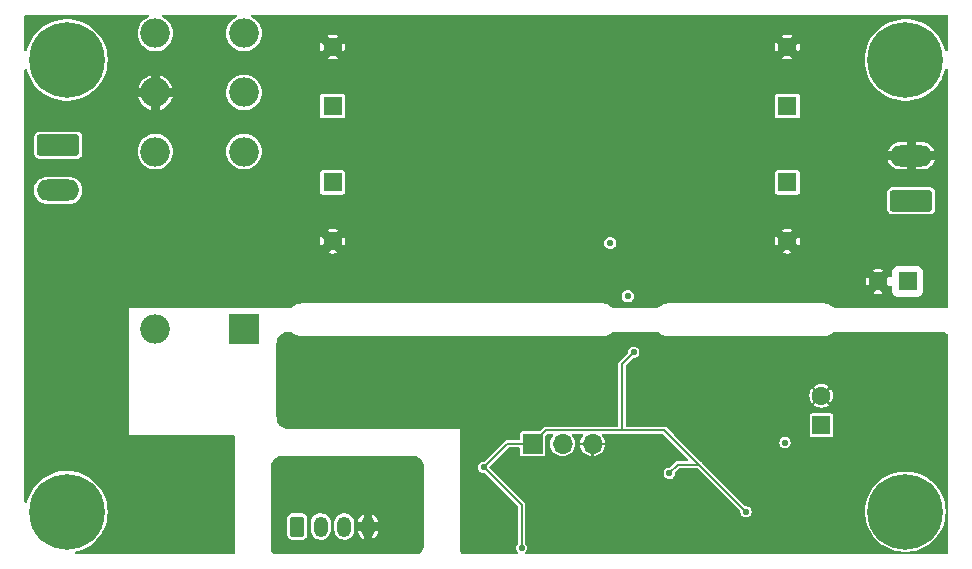
<source format=gbr>
%TF.GenerationSoftware,KiCad,Pcbnew,7.0.1*%
%TF.CreationDate,2024-03-26T16:50:52+03:00*%
%TF.ProjectId,Pelt,50656c74-2e6b-4696-9361-645f70636258,rev?*%
%TF.SameCoordinates,Original*%
%TF.FileFunction,Copper,L3,Inr*%
%TF.FilePolarity,Positive*%
%FSLAX46Y46*%
G04 Gerber Fmt 4.6, Leading zero omitted, Abs format (unit mm)*
G04 Created by KiCad (PCBNEW 7.0.1) date 2024-03-26 16:50:52*
%MOMM*%
%LPD*%
G01*
G04 APERTURE LIST*
G04 Aperture macros list*
%AMRoundRect*
0 Rectangle with rounded corners*
0 $1 Rounding radius*
0 $2 $3 $4 $5 $6 $7 $8 $9 X,Y pos of 4 corners*
0 Add a 4 corners polygon primitive as box body*
4,1,4,$2,$3,$4,$5,$6,$7,$8,$9,$2,$3,0*
0 Add four circle primitives for the rounded corners*
1,1,$1+$1,$2,$3*
1,1,$1+$1,$4,$5*
1,1,$1+$1,$6,$7*
1,1,$1+$1,$8,$9*
0 Add four rect primitives between the rounded corners*
20,1,$1+$1,$2,$3,$4,$5,0*
20,1,$1+$1,$4,$5,$6,$7,0*
20,1,$1+$1,$6,$7,$8,$9,0*
20,1,$1+$1,$8,$9,$2,$3,0*%
G04 Aperture macros list end*
%TA.AperFunction,ComponentPad*%
%ADD10RoundRect,0.250000X-0.350000X-0.625000X0.350000X-0.625000X0.350000X0.625000X-0.350000X0.625000X0*%
%TD*%
%TA.AperFunction,ComponentPad*%
%ADD11O,1.200000X1.750000*%
%TD*%
%TA.AperFunction,ComponentPad*%
%ADD12C,6.400000*%
%TD*%
%TA.AperFunction,ComponentPad*%
%ADD13RoundRect,0.250000X-1.550000X0.650000X-1.550000X-0.650000X1.550000X-0.650000X1.550000X0.650000X0*%
%TD*%
%TA.AperFunction,ComponentPad*%
%ADD14O,3.600000X1.800000*%
%TD*%
%TA.AperFunction,ComponentPad*%
%ADD15R,2.500000X2.500000*%
%TD*%
%TA.AperFunction,ComponentPad*%
%ADD16O,2.500000X2.500000*%
%TD*%
%TA.AperFunction,ComponentPad*%
%ADD17C,0.550000*%
%TD*%
%TA.AperFunction,ComponentPad*%
%ADD18R,1.600000X1.600000*%
%TD*%
%TA.AperFunction,ComponentPad*%
%ADD19C,1.600000*%
%TD*%
%TA.AperFunction,ComponentPad*%
%ADD20R,1.700000X1.700000*%
%TD*%
%TA.AperFunction,ComponentPad*%
%ADD21O,1.700000X1.700000*%
%TD*%
%TA.AperFunction,ComponentPad*%
%ADD22RoundRect,0.250000X1.550000X-0.650000X1.550000X0.650000X-1.550000X0.650000X-1.550000X-0.650000X0*%
%TD*%
%TA.AperFunction,ViaPad*%
%ADD23C,0.550000*%
%TD*%
%TA.AperFunction,Conductor*%
%ADD24C,0.200000*%
%TD*%
G04 APERTURE END LIST*
D10*
%TO.N,Net-(D1-A)*%
%TO.C,J3*%
X129500000Y-83500000D03*
D11*
%TO.N,Net-(J3-Pin_2)*%
X131500000Y-83500000D03*
%TO.N,Net-(J3-Pin_3)*%
X133500000Y-83500000D03*
%TO.N,Net-(J3-Pin_4)*%
X135500000Y-83500000D03*
%TD*%
D12*
%TO.N,N/C*%
%TO.C,REF\u002A\u002A*%
X181000000Y-82250000D03*
%TD*%
D13*
%TO.N,/Plus*%
%TO.C,J4*%
X109257500Y-51227500D03*
D14*
%TO.N,/Minus*%
X109257500Y-55037500D03*
%TD*%
D15*
%TO.N,+5.5V*%
%TO.C,K1*%
X125000000Y-66750000D03*
D16*
%TO.N,/Plus*%
X125000000Y-51750000D03*
%TO.N,/V_out*%
X125000000Y-46750000D03*
%TO.N,/Minus*%
X125000000Y-41750000D03*
%TO.N,/Plus*%
X117500000Y-41750000D03*
%TO.N,GND*%
X117500000Y-46750000D03*
%TO.N,/Minus*%
X117500000Y-51750000D03*
%TO.N,Net-(D2-A)*%
X117500000Y-66750000D03*
%TD*%
D17*
%TO.N,GND*%
%TO.C,U1*%
X158562500Y-50905000D03*
X158562500Y-49905000D03*
X158562500Y-48905000D03*
X157162500Y-50905000D03*
X157162500Y-49905000D03*
X157162500Y-48905000D03*
%TD*%
D12*
%TO.N,N/C*%
%TO.C,REF\u002A\u002A*%
X110000000Y-82250000D03*
%TD*%
D18*
%TO.N,+5.5V*%
%TO.C,C1*%
X173882214Y-74932380D03*
D19*
%TO.N,GND*%
X173882214Y-72432380D03*
%TD*%
D18*
%TO.N,/V_out*%
%TO.C,C12*%
X132500000Y-47902651D03*
D19*
%TO.N,GND*%
X132500000Y-42902651D03*
%TD*%
D18*
%TO.N,/V_out*%
%TO.C,C11*%
X132500000Y-54347349D03*
D19*
%TO.N,GND*%
X132500000Y-59347349D03*
%TD*%
D18*
%TO.N,Vin*%
%TO.C,C1*%
X181182379Y-62750000D03*
D19*
%TO.N,GND*%
X178682379Y-62750000D03*
%TD*%
D20*
%TO.N,+5V*%
%TO.C,J2*%
X149425000Y-76500000D03*
D21*
%TO.N,Net-(IC1-PD1)*%
X151965000Y-76500000D03*
%TO.N,GND*%
X154505000Y-76500000D03*
%TD*%
D12*
%TO.N,N/C*%
%TO.C,REF\u002A\u002A*%
X110000000Y-44000000D03*
%TD*%
%TO.N,N/C*%
%TO.C,REF\u002A\u002A*%
X181000000Y-44000000D03*
%TD*%
D18*
%TO.N,Vin*%
%TO.C,C5*%
X171000000Y-47902651D03*
D19*
%TO.N,GND*%
X171000000Y-42902651D03*
%TD*%
D22*
%TO.N,Vin*%
%TO.C,J1*%
X181492500Y-55922500D03*
D14*
%TO.N,GND*%
X181492500Y-52112500D03*
%TD*%
D18*
%TO.N,Vin*%
%TO.C,C6*%
X171000000Y-54347349D03*
D19*
%TO.N,GND*%
X171000000Y-59347349D03*
%TD*%
D23*
%TO.N,GND*%
X150290000Y-80635000D03*
X165500000Y-53500000D03*
X159000000Y-41000000D03*
X156000000Y-62500000D03*
X166500000Y-41000000D03*
X165500000Y-58000000D03*
X156000000Y-44000000D03*
X164000000Y-61000000D03*
X156000000Y-56500000D03*
X150000000Y-64000000D03*
X156000000Y-55000000D03*
X154500000Y-58000000D03*
X168000000Y-45500000D03*
X161000000Y-64000000D03*
X163500000Y-41000000D03*
X151500000Y-52000000D03*
X168500000Y-56500000D03*
X157500000Y-42500000D03*
X150000000Y-50500000D03*
X151500000Y-53500000D03*
X157500000Y-44000000D03*
X162500000Y-53500000D03*
X157500000Y-53500000D03*
X164000000Y-59500000D03*
X168500000Y-61000000D03*
X151500000Y-59500000D03*
X166500000Y-42500000D03*
X146750000Y-83250000D03*
X159000000Y-44000000D03*
X161000000Y-62500000D03*
X162500000Y-52000000D03*
X167000000Y-61000000D03*
X164000000Y-64000000D03*
X154500000Y-62500000D03*
X163500000Y-44000000D03*
X164000000Y-56500000D03*
X167000000Y-64000000D03*
X162500000Y-62500000D03*
X163500000Y-45500000D03*
X165500000Y-59500000D03*
X165500000Y-52000000D03*
X159000000Y-58000000D03*
X151500000Y-62500000D03*
X159000000Y-53500000D03*
X162000000Y-41000000D03*
X157500000Y-45500000D03*
X162500000Y-55000000D03*
X150000000Y-58000000D03*
X156000000Y-41000000D03*
X156000000Y-42500000D03*
X159000000Y-56500000D03*
X157500000Y-56500000D03*
X157500000Y-55000000D03*
X165000000Y-41000000D03*
X146750000Y-85500000D03*
X164000000Y-62500000D03*
X150000000Y-55000000D03*
X162000000Y-45500000D03*
X162500000Y-58000000D03*
X159000000Y-55000000D03*
X165500000Y-56500000D03*
X156000000Y-58000000D03*
X162500000Y-56500000D03*
X168500000Y-64000000D03*
X157500000Y-52000000D03*
X168500000Y-59500000D03*
X167000000Y-56500000D03*
X168500000Y-58000000D03*
X164000000Y-53500000D03*
X164000000Y-52000000D03*
X160500000Y-44000000D03*
X170000000Y-64000000D03*
X159000000Y-42500000D03*
X165500000Y-62500000D03*
X168000000Y-41000000D03*
X162500000Y-64000000D03*
X168000000Y-44000000D03*
X154500000Y-64000000D03*
X151500000Y-64000000D03*
X160500000Y-41000000D03*
X165500000Y-55000000D03*
X154500000Y-59500000D03*
X150000000Y-56500000D03*
X153000000Y-62500000D03*
X164000000Y-55000000D03*
X156000000Y-53500000D03*
X165500000Y-64000000D03*
X157500000Y-41000000D03*
X156000000Y-45500000D03*
X165000000Y-45500000D03*
X171500000Y-64000000D03*
X153000000Y-56500000D03*
X159000000Y-52000000D03*
X168000000Y-42500000D03*
X150000000Y-53500000D03*
X159000000Y-45500000D03*
X167000000Y-62500000D03*
X163500000Y-42500000D03*
X151500000Y-58000000D03*
X166500000Y-45500000D03*
X160500000Y-45500000D03*
X165000000Y-44000000D03*
X162000000Y-44000000D03*
X157500000Y-58000000D03*
X151500000Y-55000000D03*
X150000000Y-59500000D03*
X151500000Y-56500000D03*
X153000000Y-64000000D03*
X151500000Y-50500000D03*
X168500000Y-62500000D03*
X167000000Y-59500000D03*
X153000000Y-58000000D03*
X161104278Y-58026736D03*
X154500000Y-56500000D03*
X157500000Y-47000000D03*
X166500000Y-44000000D03*
X150000000Y-62500000D03*
X167000000Y-58000000D03*
X162500000Y-59500000D03*
X159000000Y-47000000D03*
X160500000Y-42500000D03*
X157500000Y-62500000D03*
X153000000Y-59500000D03*
X165000000Y-42500000D03*
X150000000Y-52000000D03*
X165500000Y-61000000D03*
X162000000Y-42500000D03*
X164000000Y-58000000D03*
X161104278Y-56526736D03*
X156000000Y-64000000D03*
X156000000Y-47000000D03*
%TO.N,+5.5V*%
X170800000Y-76400000D03*
%TO.N,+5V*%
X145300000Y-78500000D03*
X148500000Y-85300000D03*
X167500000Y-82250000D03*
X161000000Y-79000000D03*
X158000000Y-68750000D03*
%TO.N,Net-(J3-Pin_4)*%
X139000000Y-78250000D03*
%TO.N,SHDWN*%
X156000000Y-59500000D03*
X157500000Y-64000000D03*
%TD*%
D24*
%TO.N,+5V*%
X149425000Y-76500000D02*
X147300000Y-76500000D01*
X160600000Y-75350000D02*
X157000000Y-75350000D01*
X148500000Y-85300000D02*
X148500000Y-81700000D01*
X148500000Y-81700000D02*
X145300000Y-78500000D01*
X163500000Y-78250000D02*
X161750000Y-78250000D01*
X157000000Y-69750000D02*
X158000000Y-68750000D01*
X150575000Y-75350000D02*
X149425000Y-76500000D01*
X157000000Y-75350000D02*
X157000000Y-69750000D01*
X161750000Y-78250000D02*
X161000000Y-79000000D01*
X167500000Y-82250000D02*
X163500000Y-78250000D01*
X163500000Y-78250000D02*
X160600000Y-75350000D01*
X157000000Y-75350000D02*
X150575000Y-75350000D01*
X147300000Y-76500000D02*
X145300000Y-78500000D01*
%TD*%
%TA.AperFunction,Conductor*%
%TO.N,GND*%
G36*
X116875882Y-40167456D02*
G01*
X116921355Y-40213687D01*
X116937274Y-40276550D01*
X116919285Y-40338852D01*
X116872310Y-40383554D01*
X116749013Y-40450278D01*
X116676485Y-40489529D01*
X116480259Y-40642259D01*
X116480256Y-40642261D01*
X116480256Y-40642262D01*
X116344383Y-40789860D01*
X116311837Y-40825214D01*
X116175825Y-41033395D01*
X116075938Y-41261117D01*
X116014891Y-41502183D01*
X115994356Y-41750000D01*
X116014891Y-41997816D01*
X116014891Y-41997819D01*
X116014892Y-41997821D01*
X116075937Y-42238881D01*
X116120960Y-42341523D01*
X116175825Y-42466604D01*
X116175827Y-42466607D01*
X116311836Y-42674785D01*
X116480256Y-42857738D01*
X116480259Y-42857740D01*
X116676485Y-43010470D01*
X116676487Y-43010471D01*
X116676491Y-43010474D01*
X116895190Y-43128828D01*
X117130386Y-43209571D01*
X117375665Y-43250500D01*
X117624335Y-43250500D01*
X117869614Y-43209571D01*
X118104810Y-43128828D01*
X118323509Y-43010474D01*
X118519744Y-42857738D01*
X118688164Y-42674785D01*
X118824173Y-42466607D01*
X118924063Y-42238881D01*
X118985108Y-41997821D01*
X119005643Y-41750000D01*
X118985108Y-41502179D01*
X118924063Y-41261119D01*
X118824173Y-41033393D01*
X118688164Y-40825215D01*
X118519744Y-40642262D01*
X118400564Y-40549500D01*
X118323514Y-40489529D01*
X118323510Y-40489526D01*
X118323509Y-40489526D01*
X118127689Y-40383554D01*
X118080715Y-40338852D01*
X118062726Y-40276550D01*
X118078645Y-40213687D01*
X118124118Y-40167456D01*
X118186709Y-40150500D01*
X124313291Y-40150500D01*
X124375882Y-40167456D01*
X124421355Y-40213687D01*
X124437274Y-40276550D01*
X124419285Y-40338852D01*
X124372310Y-40383554D01*
X124249013Y-40450278D01*
X124176485Y-40489529D01*
X123980259Y-40642259D01*
X123980256Y-40642261D01*
X123980256Y-40642262D01*
X123844383Y-40789860D01*
X123811837Y-40825214D01*
X123675825Y-41033395D01*
X123575938Y-41261117D01*
X123514891Y-41502183D01*
X123494356Y-41750000D01*
X123514891Y-41997816D01*
X123514891Y-41997819D01*
X123514892Y-41997821D01*
X123575937Y-42238881D01*
X123620960Y-42341523D01*
X123675825Y-42466604D01*
X123675827Y-42466607D01*
X123811836Y-42674785D01*
X123980256Y-42857738D01*
X123980259Y-42857740D01*
X124176485Y-43010470D01*
X124176487Y-43010471D01*
X124176491Y-43010474D01*
X124395190Y-43128828D01*
X124630386Y-43209571D01*
X124875665Y-43250500D01*
X125124335Y-43250500D01*
X125369614Y-43209571D01*
X125604810Y-43128828D01*
X125823509Y-43010474D01*
X125962041Y-42902650D01*
X131444919Y-42902650D01*
X131465191Y-43108485D01*
X131525232Y-43306415D01*
X131539399Y-43332919D01*
X131539401Y-43332920D01*
X131969670Y-42902652D01*
X133030330Y-42902652D01*
X133460598Y-43332920D01*
X133460598Y-43332919D01*
X133474767Y-43306413D01*
X133534808Y-43108485D01*
X133555080Y-42902651D01*
X133555080Y-42902650D01*
X169944919Y-42902650D01*
X169965191Y-43108485D01*
X170025232Y-43306415D01*
X170039399Y-43332919D01*
X170039401Y-43332920D01*
X170469670Y-42902652D01*
X170469670Y-42902651D01*
X171530330Y-42902651D01*
X171960598Y-43332919D01*
X171974767Y-43306413D01*
X172034808Y-43108485D01*
X172055080Y-42902650D01*
X172034808Y-42696816D01*
X171974766Y-42498885D01*
X171960599Y-42472380D01*
X171530330Y-42902651D01*
X170469670Y-42902651D01*
X170039401Y-42472381D01*
X170039400Y-42472381D01*
X170025231Y-42498890D01*
X169965191Y-42696816D01*
X169944919Y-42902650D01*
X133555080Y-42902650D01*
X133534808Y-42696816D01*
X133474766Y-42498885D01*
X133460599Y-42472380D01*
X133030330Y-42902651D01*
X133030330Y-42902652D01*
X131969670Y-42902652D01*
X131969670Y-42902651D01*
X131539401Y-42472381D01*
X131539400Y-42472381D01*
X131525231Y-42498890D01*
X131465191Y-42696816D01*
X131444919Y-42902650D01*
X125962041Y-42902650D01*
X126019744Y-42857738D01*
X126188164Y-42674785D01*
X126324173Y-42466607D01*
X126424063Y-42238881D01*
X126485108Y-41997821D01*
X126489729Y-41942052D01*
X132069730Y-41942052D01*
X132500000Y-42372321D01*
X132500001Y-42372321D01*
X132930269Y-41942052D01*
X170569730Y-41942052D01*
X171000000Y-42372321D01*
X171000001Y-42372321D01*
X171430269Y-41942052D01*
X171430268Y-41942050D01*
X171403764Y-41927883D01*
X171205834Y-41867842D01*
X170999999Y-41847570D01*
X170794165Y-41867842D01*
X170596239Y-41927882D01*
X170569730Y-41942051D01*
X170569730Y-41942052D01*
X132930269Y-41942052D01*
X132930268Y-41942050D01*
X132903764Y-41927883D01*
X132705834Y-41867842D01*
X132499999Y-41847570D01*
X132294165Y-41867842D01*
X132096239Y-41927882D01*
X132069730Y-41942051D01*
X132069730Y-41942052D01*
X126489729Y-41942052D01*
X126505643Y-41750000D01*
X126485108Y-41502179D01*
X126424063Y-41261119D01*
X126324173Y-41033393D01*
X126188164Y-40825215D01*
X126019744Y-40642262D01*
X125900564Y-40549500D01*
X125823514Y-40489529D01*
X125823510Y-40489526D01*
X125823509Y-40489526D01*
X125627689Y-40383554D01*
X125580715Y-40338852D01*
X125562726Y-40276550D01*
X125578645Y-40213687D01*
X125624118Y-40167456D01*
X125686709Y-40150500D01*
X184475500Y-40150500D01*
X184537500Y-40167113D01*
X184582887Y-40212500D01*
X184599500Y-40274500D01*
X184599500Y-43156417D01*
X184585575Y-43213508D01*
X184546929Y-43257777D01*
X184492240Y-43279282D01*
X184433791Y-43273192D01*
X184384710Y-43240876D01*
X184356020Y-43189590D01*
X184274681Y-42896632D01*
X184136189Y-42549043D01*
X183960930Y-42218473D01*
X183960928Y-42218469D01*
X183750954Y-41908779D01*
X183750952Y-41908776D01*
X183508726Y-41623607D01*
X183237092Y-41366301D01*
X183237087Y-41366297D01*
X182939220Y-41139864D01*
X182939216Y-41139861D01*
X182939214Y-41139860D01*
X182618614Y-40946962D01*
X182279043Y-40789860D01*
X182279040Y-40789859D01*
X182279038Y-40789858D01*
X181924462Y-40670387D01*
X181924461Y-40670386D01*
X181924459Y-40670386D01*
X181702736Y-40621581D01*
X181559049Y-40589954D01*
X181373064Y-40569726D01*
X181187082Y-40549500D01*
X181187081Y-40549500D01*
X180812919Y-40549500D01*
X180812918Y-40549500D01*
X180440951Y-40589954D01*
X180075540Y-40670386D01*
X179720956Y-40789860D01*
X179381385Y-40946962D01*
X179060785Y-41139860D01*
X178762907Y-41366301D01*
X178491273Y-41623607D01*
X178249047Y-41908776D01*
X178039069Y-42218473D01*
X177863810Y-42549043D01*
X177725318Y-42896632D01*
X177625222Y-43257147D01*
X177564688Y-43626393D01*
X177544431Y-43999999D01*
X177564688Y-44373606D01*
X177625222Y-44742852D01*
X177725318Y-45103367D01*
X177863810Y-45450956D01*
X178039069Y-45781526D01*
X178039072Y-45781531D01*
X178148848Y-45943439D01*
X178249047Y-46091223D01*
X178491273Y-46376392D01*
X178762907Y-46633698D01*
X178762910Y-46633700D01*
X178762913Y-46633703D01*
X179060780Y-46860136D01*
X179381383Y-47053036D01*
X179720962Y-47210142D01*
X180075538Y-47329613D01*
X180440951Y-47410046D01*
X180776432Y-47446531D01*
X180812918Y-47450500D01*
X180812919Y-47450500D01*
X181187081Y-47450500D01*
X181187082Y-47450500D01*
X181220308Y-47446886D01*
X181559049Y-47410046D01*
X181924462Y-47329613D01*
X182279038Y-47210142D01*
X182618617Y-47053036D01*
X182939220Y-46860136D01*
X183237087Y-46633703D01*
X183508727Y-46376392D01*
X183750954Y-46091221D01*
X183960928Y-45781531D01*
X184057513Y-45599352D01*
X184136189Y-45450956D01*
X184274681Y-45103367D01*
X184356020Y-44810410D01*
X184384710Y-44759124D01*
X184433791Y-44726808D01*
X184492240Y-44720718D01*
X184546929Y-44742223D01*
X184585575Y-44786492D01*
X184599500Y-44843583D01*
X184599500Y-64876000D01*
X184582887Y-64938000D01*
X184537500Y-64983387D01*
X184475500Y-65000000D01*
X175031969Y-65000000D01*
X174984516Y-64990561D01*
X174944288Y-64963681D01*
X174912364Y-64931757D01*
X174835620Y-64876000D01*
X174734022Y-64802185D01*
X174537606Y-64702105D01*
X174327951Y-64633985D01*
X174327948Y-64633984D01*
X174110224Y-64599500D01*
X174110222Y-64599500D01*
X174031519Y-64599500D01*
X161057583Y-64599500D01*
X161000000Y-64599500D01*
X160889778Y-64599500D01*
X160889776Y-64599500D01*
X160672051Y-64633984D01*
X160462396Y-64702104D01*
X160462394Y-64702104D01*
X160462394Y-64702105D01*
X160265978Y-64802185D01*
X160265975Y-64802186D01*
X160265975Y-64802187D01*
X160087635Y-64931757D01*
X160055712Y-64963681D01*
X160015484Y-64990561D01*
X159968031Y-65000000D01*
X156281969Y-65000000D01*
X156234516Y-64990561D01*
X156194288Y-64963681D01*
X156162364Y-64931757D01*
X156085620Y-64876000D01*
X155984022Y-64802185D01*
X155787606Y-64702105D01*
X155577951Y-64633985D01*
X155577948Y-64633984D01*
X155360224Y-64599500D01*
X155360222Y-64599500D01*
X155281519Y-64599500D01*
X130057583Y-64599500D01*
X130000000Y-64599500D01*
X129889778Y-64599500D01*
X129889776Y-64599500D01*
X129672051Y-64633984D01*
X129462396Y-64702104D01*
X129462394Y-64702104D01*
X129462394Y-64702105D01*
X129265978Y-64802185D01*
X129265975Y-64802186D01*
X129265975Y-64802187D01*
X129087635Y-64931757D01*
X129055712Y-64963681D01*
X129015484Y-64990561D01*
X128968031Y-65000000D01*
X115250000Y-65000000D01*
X115250000Y-75750000D01*
X124126000Y-75750000D01*
X124188000Y-75766613D01*
X124233387Y-75812000D01*
X124250000Y-75874000D01*
X124250000Y-85725500D01*
X124233387Y-85787500D01*
X124188000Y-85832887D01*
X124126000Y-85849500D01*
X110838514Y-85849500D01*
X110780431Y-85835055D01*
X110735881Y-85795087D01*
X110715241Y-85738907D01*
X110723321Y-85679603D01*
X110758238Y-85630992D01*
X110811858Y-85604399D01*
X110830891Y-85600209D01*
X110924462Y-85579613D01*
X111279038Y-85460142D01*
X111618617Y-85303036D01*
X111939220Y-85110136D01*
X112237087Y-84883703D01*
X112508727Y-84626392D01*
X112750954Y-84341221D01*
X112960928Y-84031531D01*
X113072485Y-83821113D01*
X113136189Y-83700956D01*
X113274681Y-83353367D01*
X113374777Y-82992852D01*
X113374776Y-82992852D01*
X113374779Y-82992845D01*
X113435311Y-82623613D01*
X113455568Y-82250000D01*
X113435311Y-81876387D01*
X113374779Y-81507155D01*
X113367723Y-81481742D01*
X113274681Y-81146632D01*
X113136189Y-80799043D01*
X112960930Y-80468473D01*
X112960928Y-80468469D01*
X112750954Y-80158779D01*
X112750952Y-80158776D01*
X112508726Y-79873607D01*
X112237092Y-79616301D01*
X112123611Y-79530035D01*
X111939220Y-79389864D01*
X111939216Y-79389861D01*
X111939214Y-79389860D01*
X111618614Y-79196962D01*
X111279043Y-79039860D01*
X111279040Y-79039859D01*
X111279038Y-79039858D01*
X110924462Y-78920387D01*
X110924461Y-78920386D01*
X110924459Y-78920386D01*
X110662917Y-78862817D01*
X110559049Y-78839954D01*
X110373065Y-78819727D01*
X110187082Y-78799500D01*
X110187081Y-78799500D01*
X109812919Y-78799500D01*
X109812918Y-78799500D01*
X109440951Y-78839954D01*
X109075540Y-78920386D01*
X108720956Y-79039860D01*
X108381385Y-79196962D01*
X108060785Y-79389860D01*
X107762907Y-79616301D01*
X107491273Y-79873607D01*
X107249047Y-80158776D01*
X107039069Y-80468473D01*
X106863810Y-80799043D01*
X106725318Y-81146632D01*
X106643980Y-81439590D01*
X106615290Y-81490876D01*
X106566209Y-81523192D01*
X106507760Y-81529282D01*
X106453071Y-81507777D01*
X106414425Y-81463508D01*
X106400500Y-81406417D01*
X106400500Y-64000000D01*
X156969965Y-64000000D01*
X156988025Y-64137180D01*
X157040977Y-64265020D01*
X157125208Y-64374791D01*
X157234979Y-64459022D01*
X157234982Y-64459024D01*
X157362817Y-64511974D01*
X157500000Y-64530035D01*
X157637183Y-64511974D01*
X157765018Y-64459024D01*
X157874791Y-64374791D01*
X157959024Y-64265018D01*
X158011974Y-64137183D01*
X158030035Y-64000000D01*
X158011974Y-63862817D01*
X157959024Y-63734983D01*
X157940313Y-63710599D01*
X178252108Y-63710599D01*
X178278613Y-63724766D01*
X178476544Y-63784808D01*
X178682379Y-63805080D01*
X178888213Y-63784808D01*
X179086141Y-63724767D01*
X179112647Y-63710598D01*
X179112648Y-63710598D01*
X178682380Y-63280330D01*
X178682379Y-63280330D01*
X178252108Y-63710599D01*
X157940313Y-63710599D01*
X157874791Y-63625209D01*
X157874789Y-63625207D01*
X157874788Y-63625206D01*
X157765020Y-63540977D01*
X157765013Y-63540974D01*
X157637183Y-63488026D01*
X157637182Y-63488025D01*
X157637180Y-63488025D01*
X157500000Y-63469965D01*
X157362816Y-63488026D01*
X157234985Y-63540974D01*
X157125209Y-63625209D01*
X157040974Y-63734985D01*
X156988026Y-63862816D01*
X156969965Y-64000000D01*
X106400500Y-64000000D01*
X106400500Y-62750000D01*
X177627298Y-62750000D01*
X177647570Y-62955834D01*
X177707611Y-63153764D01*
X177721778Y-63180268D01*
X177721780Y-63180269D01*
X178152049Y-62750001D01*
X179212709Y-62750001D01*
X179642977Y-63180269D01*
X179642977Y-63180268D01*
X179648522Y-63169896D01*
X179693090Y-63122623D01*
X179755445Y-63104375D01*
X179818469Y-63120162D01*
X179864858Y-63165650D01*
X179881879Y-63228351D01*
X179881879Y-63597869D01*
X179888288Y-63657483D01*
X179938583Y-63792331D01*
X180024833Y-63907546D01*
X180140048Y-63993796D01*
X180274896Y-64044091D01*
X180334506Y-64050500D01*
X182030251Y-64050499D01*
X182089862Y-64044091D01*
X182224710Y-63993796D01*
X182339925Y-63907546D01*
X182426175Y-63792331D01*
X182476470Y-63657483D01*
X182482879Y-63597873D01*
X182482878Y-61902128D01*
X182476470Y-61842517D01*
X182426175Y-61707669D01*
X182339925Y-61592454D01*
X182224710Y-61506204D01*
X182089862Y-61455909D01*
X182030252Y-61449500D01*
X182030248Y-61449500D01*
X180334509Y-61449500D01*
X180274894Y-61455909D01*
X180140048Y-61506204D01*
X180024833Y-61592454D01*
X179938583Y-61707668D01*
X179888288Y-61842516D01*
X179881879Y-61902131D01*
X179881879Y-62271646D01*
X179864858Y-62334347D01*
X179818468Y-62379835D01*
X179755445Y-62395622D01*
X179693090Y-62377374D01*
X179648521Y-62330100D01*
X179642978Y-62319730D01*
X179212709Y-62750000D01*
X179212709Y-62750001D01*
X178152049Y-62750001D01*
X178152049Y-62750000D01*
X177721780Y-62319730D01*
X177721779Y-62319730D01*
X177707610Y-62346239D01*
X177647570Y-62544165D01*
X177627298Y-62750000D01*
X106400500Y-62750000D01*
X106400500Y-61789401D01*
X178252109Y-61789401D01*
X178682379Y-62219670D01*
X178682380Y-62219670D01*
X179112648Y-61789401D01*
X179112647Y-61789399D01*
X179086143Y-61775232D01*
X178888213Y-61715191D01*
X178682379Y-61694919D01*
X178476544Y-61715191D01*
X178278618Y-61775231D01*
X178252109Y-61789400D01*
X178252109Y-61789401D01*
X106400500Y-61789401D01*
X106400500Y-60307948D01*
X132069729Y-60307948D01*
X132096234Y-60322115D01*
X132294165Y-60382157D01*
X132500000Y-60402429D01*
X132705834Y-60382157D01*
X132903762Y-60322116D01*
X132930266Y-60307948D01*
X170569729Y-60307948D01*
X170596234Y-60322115D01*
X170794165Y-60382157D01*
X171000000Y-60402429D01*
X171205834Y-60382157D01*
X171403762Y-60322116D01*
X171430268Y-60307947D01*
X171430269Y-60307946D01*
X171000001Y-59877679D01*
X171000000Y-59877679D01*
X170569729Y-60307948D01*
X132930266Y-60307948D01*
X132930268Y-60307947D01*
X132930268Y-60307946D01*
X132500001Y-59877679D01*
X132500000Y-59877679D01*
X132069729Y-60307948D01*
X106400500Y-60307948D01*
X106400500Y-59347348D01*
X131444919Y-59347348D01*
X131465191Y-59553183D01*
X131525232Y-59751113D01*
X131539399Y-59777617D01*
X131539401Y-59777618D01*
X131969670Y-59347350D01*
X133030330Y-59347350D01*
X133460598Y-59777618D01*
X133460598Y-59777617D01*
X133474767Y-59751111D01*
X133534808Y-59553183D01*
X133540046Y-59499999D01*
X155469965Y-59499999D01*
X155488025Y-59637180D01*
X155488025Y-59637182D01*
X155488026Y-59637183D01*
X155540976Y-59765018D01*
X155540977Y-59765020D01*
X155625208Y-59874791D01*
X155734979Y-59959022D01*
X155734982Y-59959024D01*
X155862817Y-60011974D01*
X156000000Y-60030035D01*
X156137183Y-60011974D01*
X156265018Y-59959024D01*
X156374791Y-59874791D01*
X156459024Y-59765018D01*
X156511974Y-59637183D01*
X156530035Y-59500000D01*
X156511974Y-59362817D01*
X156505567Y-59347348D01*
X169944919Y-59347348D01*
X169965191Y-59553183D01*
X170025232Y-59751113D01*
X170039399Y-59777617D01*
X170039401Y-59777618D01*
X170469670Y-59347350D01*
X170469670Y-59347349D01*
X171530330Y-59347349D01*
X171960598Y-59777617D01*
X171974767Y-59751111D01*
X172034808Y-59553183D01*
X172055080Y-59347348D01*
X172034808Y-59141514D01*
X171974766Y-58943583D01*
X171960599Y-58917078D01*
X171530330Y-59347349D01*
X170469670Y-59347349D01*
X170039401Y-58917079D01*
X170039400Y-58917079D01*
X170025231Y-58943588D01*
X169965191Y-59141514D01*
X169944919Y-59347348D01*
X156505567Y-59347348D01*
X156459024Y-59234983D01*
X156374791Y-59125209D01*
X156374789Y-59125207D01*
X156374788Y-59125206D01*
X156265020Y-59040977D01*
X156265013Y-59040974D01*
X156137183Y-58988026D01*
X156137182Y-58988025D01*
X156137180Y-58988025D01*
X156024515Y-58973192D01*
X156000000Y-58969965D01*
X155999999Y-58969965D01*
X155862816Y-58988026D01*
X155734985Y-59040974D01*
X155625209Y-59125209D01*
X155540974Y-59234985D01*
X155488026Y-59362816D01*
X155469965Y-59499999D01*
X133540046Y-59499999D01*
X133555080Y-59347348D01*
X133534808Y-59141514D01*
X133474766Y-58943583D01*
X133460599Y-58917078D01*
X133030330Y-59347349D01*
X133030330Y-59347350D01*
X131969670Y-59347350D01*
X131969670Y-59347349D01*
X131539401Y-58917079D01*
X131539400Y-58917079D01*
X131525231Y-58943588D01*
X131465191Y-59141514D01*
X131444919Y-59347348D01*
X106400500Y-59347348D01*
X106400500Y-58386750D01*
X132069730Y-58386750D01*
X132500000Y-58817019D01*
X132500001Y-58817019D01*
X132930269Y-58386750D01*
X170569730Y-58386750D01*
X171000000Y-58817019D01*
X171000001Y-58817019D01*
X171430269Y-58386750D01*
X171430268Y-58386748D01*
X171403764Y-58372581D01*
X171205834Y-58312540D01*
X171000000Y-58292268D01*
X170794165Y-58312540D01*
X170596239Y-58372580D01*
X170569730Y-58386749D01*
X170569730Y-58386750D01*
X132930269Y-58386750D01*
X132930268Y-58386748D01*
X132903764Y-58372581D01*
X132705834Y-58312540D01*
X132500000Y-58292268D01*
X132294165Y-58312540D01*
X132096239Y-58372580D01*
X132069730Y-58386749D01*
X132069730Y-58386750D01*
X106400500Y-58386750D01*
X106400500Y-56620369D01*
X179442000Y-56620369D01*
X179448409Y-56679983D01*
X179498704Y-56814831D01*
X179584954Y-56930046D01*
X179700169Y-57016296D01*
X179835017Y-57066591D01*
X179894627Y-57073000D01*
X183090372Y-57072999D01*
X183149983Y-57066591D01*
X183284831Y-57016296D01*
X183400046Y-56930046D01*
X183486296Y-56814831D01*
X183536591Y-56679983D01*
X183543000Y-56620373D01*
X183542999Y-55224628D01*
X183536591Y-55165017D01*
X183486296Y-55030169D01*
X183400046Y-54914954D01*
X183284831Y-54828704D01*
X183149983Y-54778409D01*
X183090373Y-54772000D01*
X183090369Y-54772000D01*
X179894630Y-54772000D01*
X179835015Y-54778409D01*
X179700169Y-54828704D01*
X179584954Y-54914954D01*
X179498704Y-55030168D01*
X179448409Y-55165016D01*
X179442000Y-55224630D01*
X179442000Y-56620369D01*
X106400500Y-56620369D01*
X106400500Y-55144110D01*
X107207000Y-55144110D01*
X107241366Y-55327949D01*
X107246179Y-55353698D01*
X107323201Y-55552517D01*
X107435447Y-55733801D01*
X107579094Y-55891373D01*
X107749247Y-56019868D01*
X107939327Y-56114514D01*
X107940111Y-56114905D01*
X108063632Y-56150050D01*
X108145189Y-56173256D01*
X108304305Y-56188000D01*
X108304306Y-56188000D01*
X110210694Y-56188000D01*
X110210695Y-56188000D01*
X110369810Y-56173256D01*
X110369810Y-56173255D01*
X110574889Y-56114905D01*
X110669930Y-56067580D01*
X110765752Y-56019868D01*
X110765755Y-56019866D01*
X110935907Y-55891372D01*
X111079552Y-55733802D01*
X111191798Y-55552519D01*
X111268821Y-55353698D01*
X111302782Y-55172024D01*
X131449500Y-55172024D01*
X131464033Y-55245087D01*
X131464033Y-55245088D01*
X131464034Y-55245089D01*
X131519399Y-55327950D01*
X131602260Y-55383315D01*
X131638792Y-55390581D01*
X131675325Y-55397849D01*
X131675326Y-55397849D01*
X133324674Y-55397849D01*
X133324675Y-55397849D01*
X133349029Y-55393004D01*
X133397740Y-55383315D01*
X133480601Y-55327950D01*
X133535966Y-55245089D01*
X133550500Y-55172024D01*
X169949500Y-55172024D01*
X169964033Y-55245087D01*
X169964033Y-55245088D01*
X169964034Y-55245089D01*
X170019399Y-55327950D01*
X170102260Y-55383315D01*
X170138792Y-55390581D01*
X170175325Y-55397849D01*
X170175326Y-55397849D01*
X171824674Y-55397849D01*
X171824675Y-55397849D01*
X171849029Y-55393004D01*
X171897740Y-55383315D01*
X171980601Y-55327950D01*
X172035966Y-55245089D01*
X172050500Y-55172023D01*
X172050500Y-53522675D01*
X172035966Y-53449609D01*
X171980601Y-53366748D01*
X171897740Y-53311383D01*
X171897739Y-53311382D01*
X171897738Y-53311382D01*
X171824675Y-53296849D01*
X171824674Y-53296849D01*
X170175326Y-53296849D01*
X170175325Y-53296849D01*
X170102261Y-53311382D01*
X170019399Y-53366748D01*
X169964033Y-53449610D01*
X169949500Y-53522674D01*
X169949500Y-55172024D01*
X133550500Y-55172024D01*
X133550500Y-55172023D01*
X133550500Y-53522675D01*
X133535966Y-53449609D01*
X133480601Y-53366748D01*
X133397740Y-53311383D01*
X133397739Y-53311382D01*
X133397738Y-53311382D01*
X133324675Y-53296849D01*
X133324674Y-53296849D01*
X131675326Y-53296849D01*
X131675325Y-53296849D01*
X131602261Y-53311382D01*
X131519399Y-53366748D01*
X131464033Y-53449610D01*
X131449500Y-53522674D01*
X131449500Y-55172024D01*
X111302782Y-55172024D01*
X111308000Y-55144110D01*
X111308000Y-54930890D01*
X111268821Y-54721302D01*
X111191798Y-54522481D01*
X111079552Y-54341198D01*
X110935907Y-54183628D01*
X110935906Y-54183627D01*
X110935905Y-54183626D01*
X110765752Y-54055131D01*
X110574890Y-53960095D01*
X110369810Y-53901743D01*
X110210695Y-53887000D01*
X110210694Y-53887000D01*
X108304306Y-53887000D01*
X108304305Y-53887000D01*
X108145189Y-53901743D01*
X107940109Y-53960095D01*
X107749247Y-54055131D01*
X107579094Y-54183626D01*
X107435447Y-54341198D01*
X107323201Y-54522482D01*
X107246179Y-54721301D01*
X107246179Y-54721302D01*
X107207000Y-54930890D01*
X107207000Y-55144110D01*
X106400500Y-55144110D01*
X106400500Y-51925369D01*
X107207000Y-51925369D01*
X107213409Y-51984983D01*
X107263704Y-52119831D01*
X107349954Y-52235046D01*
X107465169Y-52321296D01*
X107600017Y-52371591D01*
X107659627Y-52378000D01*
X110855372Y-52377999D01*
X110914983Y-52371591D01*
X111049831Y-52321296D01*
X111165046Y-52235046D01*
X111251296Y-52119831D01*
X111301591Y-51984983D01*
X111308000Y-51925373D01*
X111308000Y-51749999D01*
X115994356Y-51749999D01*
X116014891Y-51997816D01*
X116014891Y-51997819D01*
X116014892Y-51997821D01*
X116075937Y-52238881D01*
X116112087Y-52321295D01*
X116175825Y-52466604D01*
X116175827Y-52466607D01*
X116311836Y-52674785D01*
X116480256Y-52857738D01*
X116480259Y-52857740D01*
X116676485Y-53010470D01*
X116676487Y-53010471D01*
X116676491Y-53010474D01*
X116895190Y-53128828D01*
X117130386Y-53209571D01*
X117375665Y-53250500D01*
X117624335Y-53250500D01*
X117869614Y-53209571D01*
X118104810Y-53128828D01*
X118323509Y-53010474D01*
X118519744Y-52857738D01*
X118688164Y-52674785D01*
X118824173Y-52466607D01*
X118924063Y-52238881D01*
X118985108Y-51997821D01*
X119005643Y-51750000D01*
X119005643Y-51749999D01*
X123494356Y-51749999D01*
X123514891Y-51997816D01*
X123514891Y-51997819D01*
X123514892Y-51997821D01*
X123575937Y-52238881D01*
X123612087Y-52321295D01*
X123675825Y-52466604D01*
X123675827Y-52466607D01*
X123811836Y-52674785D01*
X123980256Y-52857738D01*
X123980259Y-52857740D01*
X124176485Y-53010470D01*
X124176487Y-53010471D01*
X124176491Y-53010474D01*
X124395190Y-53128828D01*
X124630386Y-53209571D01*
X124875665Y-53250500D01*
X125124335Y-53250500D01*
X125369614Y-53209571D01*
X125604810Y-53128828D01*
X125823509Y-53010474D01*
X126019744Y-52857738D01*
X126188164Y-52674785D01*
X126310523Y-52487500D01*
X179504495Y-52487500D01*
X179558653Y-52627298D01*
X179670845Y-52808496D01*
X179814432Y-52966002D01*
X179984511Y-53094441D01*
X180175291Y-53189437D01*
X180380280Y-53247762D01*
X180539329Y-53262500D01*
X181117500Y-53262500D01*
X181117500Y-52487500D01*
X181867500Y-52487500D01*
X181867500Y-53262500D01*
X182445671Y-53262500D01*
X182604719Y-53247762D01*
X182809708Y-53189437D01*
X183000488Y-53094441D01*
X183170567Y-52966002D01*
X183314154Y-52808496D01*
X183426346Y-52627298D01*
X183480505Y-52487500D01*
X181867500Y-52487500D01*
X181117500Y-52487500D01*
X179504495Y-52487500D01*
X126310523Y-52487500D01*
X126324173Y-52466607D01*
X126424063Y-52238881D01*
X126485108Y-51997821D01*
X126505643Y-51750000D01*
X126485108Y-51502179D01*
X126424063Y-51261119D01*
X126334016Y-51055833D01*
X126324174Y-51033395D01*
X126321473Y-51029261D01*
X126188164Y-50825215D01*
X126019744Y-50642262D01*
X125875035Y-50529630D01*
X125823514Y-50489529D01*
X125823510Y-50489526D01*
X125823509Y-50489526D01*
X125604810Y-50371172D01*
X125604806Y-50371170D01*
X125604805Y-50371170D01*
X125369615Y-50290429D01*
X125124335Y-50249500D01*
X124875665Y-50249500D01*
X124630384Y-50290429D01*
X124395194Y-50371170D01*
X124176485Y-50489529D01*
X123980259Y-50642259D01*
X123811837Y-50825214D01*
X123675825Y-51033395D01*
X123633206Y-51130558D01*
X123575937Y-51261119D01*
X123514892Y-51502179D01*
X123514891Y-51502183D01*
X123494356Y-51749999D01*
X119005643Y-51749999D01*
X118985108Y-51502179D01*
X118924063Y-51261119D01*
X118834016Y-51055833D01*
X118824174Y-51033395D01*
X118821473Y-51029261D01*
X118688164Y-50825215D01*
X118519744Y-50642262D01*
X118375035Y-50529630D01*
X118323514Y-50489529D01*
X118323510Y-50489526D01*
X118323509Y-50489526D01*
X118104810Y-50371172D01*
X118104806Y-50371170D01*
X118104805Y-50371170D01*
X117869615Y-50290429D01*
X117624335Y-50249500D01*
X117375665Y-50249500D01*
X117130384Y-50290429D01*
X116895194Y-50371170D01*
X116676485Y-50489529D01*
X116480259Y-50642259D01*
X116311837Y-50825214D01*
X116175825Y-51033395D01*
X116133206Y-51130558D01*
X116075937Y-51261119D01*
X116014892Y-51502179D01*
X116014891Y-51502183D01*
X115994356Y-51749999D01*
X111308000Y-51749999D01*
X111307999Y-50529628D01*
X111301591Y-50470017D01*
X111251296Y-50335169D01*
X111165046Y-50219954D01*
X111049831Y-50133704D01*
X110914983Y-50083409D01*
X110855373Y-50077000D01*
X110855369Y-50077000D01*
X107659630Y-50077000D01*
X107600015Y-50083409D01*
X107465169Y-50133704D01*
X107349954Y-50219954D01*
X107263704Y-50335168D01*
X107213409Y-50470015D01*
X107213409Y-50470017D01*
X107208456Y-50516091D01*
X107207000Y-50529630D01*
X107207000Y-51925369D01*
X106400500Y-51925369D01*
X106400500Y-48727326D01*
X131449500Y-48727326D01*
X131464033Y-48800389D01*
X131464033Y-48800390D01*
X131464034Y-48800391D01*
X131519399Y-48883252D01*
X131602260Y-48938617D01*
X131638792Y-48945883D01*
X131675325Y-48953151D01*
X131675326Y-48953151D01*
X133324674Y-48953151D01*
X133324675Y-48953151D01*
X133349029Y-48948306D01*
X133397740Y-48938617D01*
X133480601Y-48883252D01*
X133535966Y-48800391D01*
X133550500Y-48727325D01*
X133550500Y-47750000D01*
X156250000Y-47750000D01*
X156250000Y-51750000D01*
X159500000Y-51750000D01*
X159500000Y-51737500D01*
X179504495Y-51737500D01*
X181117500Y-51737500D01*
X181117500Y-50962500D01*
X181867500Y-50962500D01*
X181867500Y-51737500D01*
X183480504Y-51737500D01*
X183426346Y-51597701D01*
X183314154Y-51416503D01*
X183170567Y-51258997D01*
X183000488Y-51130558D01*
X182809708Y-51035562D01*
X182604719Y-50977237D01*
X182445671Y-50962500D01*
X181867500Y-50962500D01*
X181117500Y-50962500D01*
X180539329Y-50962500D01*
X180380280Y-50977237D01*
X180175291Y-51035562D01*
X179984511Y-51130558D01*
X179814432Y-51258997D01*
X179670845Y-51416503D01*
X179558653Y-51597701D01*
X179504495Y-51737500D01*
X159500000Y-51737500D01*
X159500000Y-48727326D01*
X169949500Y-48727326D01*
X169964033Y-48800389D01*
X169964033Y-48800390D01*
X169964034Y-48800391D01*
X170019399Y-48883252D01*
X170102260Y-48938617D01*
X170138792Y-48945883D01*
X170175325Y-48953151D01*
X170175326Y-48953151D01*
X171824674Y-48953151D01*
X171824675Y-48953151D01*
X171849029Y-48948306D01*
X171897740Y-48938617D01*
X171980601Y-48883252D01*
X172035966Y-48800391D01*
X172050500Y-48727325D01*
X172050500Y-47077977D01*
X172035966Y-47004911D01*
X171980601Y-46922050D01*
X171897740Y-46866685D01*
X171897739Y-46866684D01*
X171897738Y-46866684D01*
X171824675Y-46852151D01*
X171824674Y-46852151D01*
X170175326Y-46852151D01*
X170175325Y-46852151D01*
X170102261Y-46866684D01*
X170019399Y-46922050D01*
X169964033Y-47004912D01*
X169949500Y-47077976D01*
X169949500Y-48727326D01*
X159500000Y-48727326D01*
X159500000Y-47750000D01*
X156250000Y-47750000D01*
X133550500Y-47750000D01*
X133550500Y-47077977D01*
X133535966Y-47004911D01*
X133480601Y-46922050D01*
X133397740Y-46866685D01*
X133397739Y-46866684D01*
X133397738Y-46866684D01*
X133324675Y-46852151D01*
X133324674Y-46852151D01*
X131675326Y-46852151D01*
X131675325Y-46852151D01*
X131602261Y-46866684D01*
X131519399Y-46922050D01*
X131464033Y-47004912D01*
X131449500Y-47077976D01*
X131449500Y-48727326D01*
X106400500Y-48727326D01*
X106400500Y-44843583D01*
X106414425Y-44786492D01*
X106453071Y-44742223D01*
X106507760Y-44720718D01*
X106566209Y-44726808D01*
X106615290Y-44759124D01*
X106643980Y-44810410D01*
X106725318Y-45103367D01*
X106863810Y-45450956D01*
X107039069Y-45781526D01*
X107039072Y-45781531D01*
X107148848Y-45943439D01*
X107249047Y-46091223D01*
X107491273Y-46376392D01*
X107762907Y-46633698D01*
X107762910Y-46633700D01*
X107762913Y-46633703D01*
X108060780Y-46860136D01*
X108381383Y-47053036D01*
X108720962Y-47210142D01*
X109075538Y-47329613D01*
X109440951Y-47410046D01*
X109776432Y-47446531D01*
X109812918Y-47450500D01*
X109812919Y-47450500D01*
X110187081Y-47450500D01*
X110187082Y-47450500D01*
X110220308Y-47446886D01*
X110559049Y-47410046D01*
X110924462Y-47329613D01*
X111279038Y-47210142D01*
X111463069Y-47125000D01*
X116047613Y-47125000D01*
X116076411Y-47238715D01*
X116176266Y-47466365D01*
X116312233Y-47674477D01*
X116480596Y-47857368D01*
X116676766Y-48010053D01*
X116895394Y-48128369D01*
X117124999Y-48207192D01*
X117125000Y-48207192D01*
X117125000Y-47125000D01*
X117875000Y-47125000D01*
X117875000Y-48207192D01*
X118104605Y-48128369D01*
X118323233Y-48010053D01*
X118519403Y-47857368D01*
X118687766Y-47674477D01*
X118823733Y-47466365D01*
X118923588Y-47238715D01*
X118952386Y-47125000D01*
X117875000Y-47125000D01*
X117125000Y-47125000D01*
X116047613Y-47125000D01*
X111463069Y-47125000D01*
X111618617Y-47053036D01*
X111939220Y-46860136D01*
X112084102Y-46749999D01*
X123494356Y-46749999D01*
X123514891Y-46997816D01*
X123514891Y-46997819D01*
X123514892Y-46997821D01*
X123575937Y-47238881D01*
X123615736Y-47329613D01*
X123675825Y-47466604D01*
X123675827Y-47466607D01*
X123811836Y-47674785D01*
X123980256Y-47857738D01*
X123980259Y-47857740D01*
X124176485Y-48010470D01*
X124176487Y-48010471D01*
X124176491Y-48010474D01*
X124395190Y-48128828D01*
X124630386Y-48209571D01*
X124875665Y-48250500D01*
X125124335Y-48250500D01*
X125369614Y-48209571D01*
X125604810Y-48128828D01*
X125823509Y-48010474D01*
X126019744Y-47857738D01*
X126188164Y-47674785D01*
X126324173Y-47466607D01*
X126424063Y-47238881D01*
X126485108Y-46997821D01*
X126505643Y-46750000D01*
X126485108Y-46502179D01*
X126424063Y-46261119D01*
X126324173Y-46033393D01*
X126188164Y-45825215D01*
X126019744Y-45642262D01*
X125997612Y-45625036D01*
X125823514Y-45489529D01*
X125823510Y-45489526D01*
X125823509Y-45489526D01*
X125604810Y-45371172D01*
X125604806Y-45371170D01*
X125604805Y-45371170D01*
X125369615Y-45290429D01*
X125124335Y-45249500D01*
X124875665Y-45249500D01*
X124630384Y-45290429D01*
X124395194Y-45371170D01*
X124176485Y-45489529D01*
X123980259Y-45642259D01*
X123980256Y-45642261D01*
X123980256Y-45642262D01*
X123811836Y-45825215D01*
X123766499Y-45894607D01*
X123675825Y-46033395D01*
X123650460Y-46091223D01*
X123575937Y-46261119D01*
X123546746Y-46376392D01*
X123514891Y-46502183D01*
X123494356Y-46749999D01*
X112084102Y-46749999D01*
X112237087Y-46633703D01*
X112508727Y-46376392D01*
X112509910Y-46374999D01*
X116047613Y-46374999D01*
X116047614Y-46375000D01*
X117125000Y-46375000D01*
X117125000Y-45292808D01*
X117124999Y-45292807D01*
X117875000Y-45292807D01*
X117875000Y-46375000D01*
X118952386Y-46375000D01*
X118952386Y-46374999D01*
X118923588Y-46261284D01*
X118823733Y-46033634D01*
X118687766Y-45825522D01*
X118519403Y-45642631D01*
X118323233Y-45489946D01*
X118104605Y-45371630D01*
X117875000Y-45292807D01*
X117124999Y-45292807D01*
X116895394Y-45371630D01*
X116676766Y-45489946D01*
X116480596Y-45642631D01*
X116312233Y-45825522D01*
X116176266Y-46033634D01*
X116076411Y-46261284D01*
X116047613Y-46374999D01*
X112509910Y-46374999D01*
X112750954Y-46091221D01*
X112960928Y-45781531D01*
X113057513Y-45599352D01*
X113136189Y-45450956D01*
X113274681Y-45103367D01*
X113374777Y-44742852D01*
X113374776Y-44742852D01*
X113374779Y-44742845D01*
X113435311Y-44373613D01*
X113455568Y-44000000D01*
X113448154Y-43863250D01*
X132069729Y-43863250D01*
X132096234Y-43877417D01*
X132294165Y-43937459D01*
X132499999Y-43957731D01*
X132705834Y-43937459D01*
X132903762Y-43877418D01*
X132930266Y-43863250D01*
X170569729Y-43863250D01*
X170596234Y-43877417D01*
X170794165Y-43937459D01*
X170999999Y-43957731D01*
X171205834Y-43937459D01*
X171403762Y-43877418D01*
X171430268Y-43863249D01*
X171430269Y-43863249D01*
X171000001Y-43432981D01*
X171000000Y-43432981D01*
X170569729Y-43863250D01*
X132930266Y-43863250D01*
X132930268Y-43863249D01*
X132930269Y-43863249D01*
X132500001Y-43432981D01*
X132500000Y-43432981D01*
X132069729Y-43863250D01*
X113448154Y-43863250D01*
X113435311Y-43626387D01*
X113374779Y-43257155D01*
X113370259Y-43240876D01*
X113274681Y-42896632D01*
X113136189Y-42549043D01*
X112960930Y-42218473D01*
X112960928Y-42218469D01*
X112750954Y-41908779D01*
X112750952Y-41908776D01*
X112508726Y-41623607D01*
X112237092Y-41366301D01*
X112237087Y-41366297D01*
X111939220Y-41139864D01*
X111939216Y-41139861D01*
X111939214Y-41139860D01*
X111618614Y-40946962D01*
X111279043Y-40789860D01*
X111279040Y-40789859D01*
X111279038Y-40789858D01*
X110924462Y-40670387D01*
X110924461Y-40670386D01*
X110924459Y-40670386D01*
X110702736Y-40621581D01*
X110559049Y-40589954D01*
X110373064Y-40569726D01*
X110187082Y-40549500D01*
X110187081Y-40549500D01*
X109812919Y-40549500D01*
X109812918Y-40549500D01*
X109440951Y-40589954D01*
X109075540Y-40670386D01*
X108720956Y-40789860D01*
X108381385Y-40946962D01*
X108060785Y-41139860D01*
X107762907Y-41366301D01*
X107491273Y-41623607D01*
X107249047Y-41908776D01*
X107039069Y-42218473D01*
X106863810Y-42549043D01*
X106725318Y-42896632D01*
X106643980Y-43189590D01*
X106615290Y-43240876D01*
X106566209Y-43273192D01*
X106507760Y-43279282D01*
X106453071Y-43257777D01*
X106414425Y-43213508D01*
X106400500Y-43156417D01*
X106400500Y-40274500D01*
X106417113Y-40212500D01*
X106462500Y-40167113D01*
X106524500Y-40150500D01*
X116813291Y-40150500D01*
X116875882Y-40167456D01*
G37*
%TD.AperFunction*%
%TD*%
%TA.AperFunction,Conductor*%
%TO.N,GND*%
G36*
X159500000Y-51750000D02*
G01*
X156250000Y-51750000D01*
X156250000Y-47750000D01*
X159500000Y-47750000D01*
X159500000Y-51750000D01*
G37*
%TD.AperFunction*%
%TD*%
%TA.AperFunction,Conductor*%
%TO.N,Net-(J3-Pin_4)*%
G36*
X139256061Y-77500597D02*
G01*
X139432941Y-77518018D01*
X139456769Y-77522757D01*
X139621001Y-77572576D01*
X139643453Y-77581877D01*
X139794798Y-77662772D01*
X139815010Y-77676277D01*
X139947666Y-77785145D01*
X139964854Y-77802333D01*
X140073722Y-77934989D01*
X140087227Y-77955201D01*
X140168121Y-78106543D01*
X140177424Y-78129001D01*
X140227240Y-78293224D01*
X140231982Y-78317065D01*
X140249403Y-78493939D01*
X140250000Y-78506093D01*
X140250000Y-85013033D01*
X140249417Y-85025039D01*
X140232419Y-85199768D01*
X140227792Y-85223329D01*
X140179168Y-85385727D01*
X140170085Y-85407955D01*
X140091075Y-85557933D01*
X140077880Y-85577994D01*
X139971444Y-85709934D01*
X139954630Y-85727074D01*
X139843275Y-85820496D01*
X139805983Y-85842024D01*
X139763577Y-85849500D01*
X127528460Y-85849500D01*
X127475918Y-85837818D01*
X127433275Y-85804972D01*
X127430483Y-85801628D01*
X127416663Y-85781265D01*
X127333864Y-85628573D01*
X127324339Y-85605887D01*
X127309603Y-85557933D01*
X127273316Y-85439845D01*
X127268459Y-85415727D01*
X127250612Y-85236722D01*
X127250000Y-85224420D01*
X127250000Y-84172869D01*
X128649500Y-84172869D01*
X128654116Y-84215804D01*
X128655909Y-84232483D01*
X128706204Y-84367331D01*
X128792454Y-84482546D01*
X128907669Y-84568796D01*
X129042517Y-84619091D01*
X129102127Y-84625500D01*
X129897872Y-84625499D01*
X129957483Y-84619091D01*
X130092331Y-84568796D01*
X130207546Y-84482546D01*
X130293796Y-84367331D01*
X130344091Y-84232483D01*
X130350500Y-84172873D01*
X130350500Y-83821115D01*
X130649500Y-83821115D01*
X130664485Y-83958908D01*
X130664486Y-83958910D01*
X130723556Y-84134221D01*
X130818930Y-84292736D01*
X130946151Y-84427041D01*
X131099270Y-84530858D01*
X131099271Y-84530858D01*
X131099272Y-84530859D01*
X131271121Y-84599330D01*
X131271123Y-84599330D01*
X131271125Y-84599331D01*
X131453683Y-84629260D01*
X131638407Y-84619245D01*
X131816659Y-84569754D01*
X131980104Y-84483100D01*
X132121100Y-84363337D01*
X132233054Y-84216064D01*
X132233053Y-84216064D01*
X132233055Y-84216063D01*
X132310731Y-84048169D01*
X132310730Y-84048169D01*
X132310732Y-84048167D01*
X132350500Y-83867497D01*
X132350500Y-83821115D01*
X132649500Y-83821115D01*
X132664485Y-83958908D01*
X132664486Y-83958910D01*
X132723556Y-84134221D01*
X132818930Y-84292736D01*
X132946151Y-84427041D01*
X133099270Y-84530858D01*
X133099271Y-84530858D01*
X133099272Y-84530859D01*
X133271121Y-84599330D01*
X133271123Y-84599330D01*
X133271125Y-84599331D01*
X133453683Y-84629260D01*
X133638407Y-84619245D01*
X133816659Y-84569754D01*
X133980104Y-84483100D01*
X134121100Y-84363337D01*
X134233054Y-84216064D01*
X134233053Y-84216064D01*
X134233055Y-84216063D01*
X134310731Y-84048169D01*
X134310730Y-84048169D01*
X134310732Y-84048167D01*
X134348848Y-83875000D01*
X134655864Y-83875000D01*
X134664977Y-83958801D01*
X134724011Y-84134009D01*
X134819330Y-84292431D01*
X134946478Y-84426658D01*
X135099501Y-84530411D01*
X135124999Y-84540570D01*
X135125000Y-84540571D01*
X135125000Y-83875000D01*
X135875000Y-83875000D01*
X135875000Y-84538257D01*
X135979820Y-84482685D01*
X136120737Y-84362987D01*
X136232624Y-84215804D01*
X136310254Y-84048009D01*
X136348337Y-83875000D01*
X135875000Y-83875000D01*
X135125000Y-83875000D01*
X134655864Y-83875000D01*
X134348848Y-83875000D01*
X134350500Y-83867497D01*
X134350500Y-83178887D01*
X134344640Y-83125000D01*
X134651663Y-83125000D01*
X135125000Y-83125000D01*
X135125000Y-82461743D01*
X135124999Y-82461742D01*
X135020179Y-82517314D01*
X134879262Y-82637012D01*
X134767375Y-82784195D01*
X134689745Y-82951990D01*
X134651663Y-83125000D01*
X134344640Y-83125000D01*
X134335514Y-83041090D01*
X134276444Y-82865779D01*
X134181070Y-82707264D01*
X134053849Y-82572959D01*
X133900730Y-82469142D01*
X133900729Y-82469141D01*
X133900727Y-82469140D01*
X133876354Y-82459429D01*
X135875000Y-82459429D01*
X135875000Y-83125000D01*
X136344136Y-83125000D01*
X136335022Y-83041198D01*
X136275988Y-82865990D01*
X136180669Y-82707568D01*
X136053521Y-82573341D01*
X135900498Y-82469588D01*
X135875000Y-82459429D01*
X133876354Y-82459429D01*
X133728878Y-82400669D01*
X133637595Y-82385704D01*
X133546317Y-82370740D01*
X133546314Y-82370740D01*
X133361592Y-82380754D01*
X133183341Y-82430245D01*
X133019896Y-82516899D01*
X132878899Y-82636663D01*
X132766944Y-82783936D01*
X132689268Y-82951830D01*
X132649500Y-83132503D01*
X132649500Y-83821115D01*
X132350500Y-83821115D01*
X132350500Y-83178887D01*
X132335514Y-83041090D01*
X132276444Y-82865779D01*
X132181070Y-82707264D01*
X132053849Y-82572959D01*
X131900730Y-82469142D01*
X131900729Y-82469141D01*
X131900727Y-82469140D01*
X131728878Y-82400669D01*
X131637595Y-82385704D01*
X131546317Y-82370740D01*
X131546314Y-82370740D01*
X131361592Y-82380754D01*
X131183341Y-82430245D01*
X131019896Y-82516899D01*
X130878899Y-82636663D01*
X130766944Y-82783936D01*
X130689268Y-82951830D01*
X130649500Y-83132503D01*
X130649500Y-83821115D01*
X130350500Y-83821115D01*
X130350499Y-82827128D01*
X130344091Y-82767517D01*
X130293796Y-82632669D01*
X130207546Y-82517454D01*
X130092331Y-82431204D01*
X129957483Y-82380909D01*
X129897873Y-82374500D01*
X129897869Y-82374500D01*
X129102130Y-82374500D01*
X129042515Y-82380909D01*
X128907669Y-82431204D01*
X128792454Y-82517454D01*
X128706204Y-82632668D01*
X128655909Y-82767516D01*
X128649500Y-82827130D01*
X128649500Y-84172869D01*
X127250000Y-84172869D01*
X127250000Y-78506093D01*
X127250597Y-78493939D01*
X127251290Y-78486895D01*
X127268018Y-78317056D01*
X127272757Y-78293232D01*
X127322577Y-78128994D01*
X127331875Y-78106549D01*
X127412775Y-77955195D01*
X127426272Y-77934995D01*
X127535149Y-77802328D01*
X127552328Y-77785149D01*
X127684995Y-77676272D01*
X127705195Y-77662775D01*
X127856549Y-77581875D01*
X127878994Y-77572577D01*
X128043232Y-77522757D01*
X128067056Y-77518018D01*
X128243938Y-77500597D01*
X128256093Y-77500000D01*
X139243907Y-77500000D01*
X139256061Y-77500597D01*
G37*
%TD.AperFunction*%
%TD*%
%TA.AperFunction,Conductor*%
%TO.N,GND*%
G36*
X129016270Y-67007536D02*
G01*
X129048388Y-67028996D01*
X129087633Y-67068240D01*
X129087635Y-67068242D01*
X129265978Y-67197815D01*
X129394470Y-67263286D01*
X129462391Y-67297894D01*
X129462393Y-67297894D01*
X129462394Y-67297895D01*
X129672049Y-67366015D01*
X129889778Y-67400500D01*
X129968481Y-67400500D01*
X130000000Y-67400500D01*
X130057583Y-67400500D01*
X155192417Y-67400500D01*
X155281519Y-67400500D01*
X155360222Y-67400500D01*
X155577951Y-67366015D01*
X155787606Y-67297895D01*
X155984022Y-67197815D01*
X156162365Y-67068242D01*
X156181988Y-67048618D01*
X156201612Y-67028996D01*
X156233730Y-67007536D01*
X156271615Y-67000000D01*
X159978385Y-67000000D01*
X160016270Y-67007536D01*
X160048388Y-67028996D01*
X160087633Y-67068240D01*
X160087635Y-67068242D01*
X160265978Y-67197815D01*
X160394470Y-67263286D01*
X160462391Y-67297894D01*
X160462393Y-67297894D01*
X160462394Y-67297895D01*
X160672049Y-67366015D01*
X160889778Y-67400500D01*
X160968481Y-67400500D01*
X161000000Y-67400500D01*
X161057583Y-67400500D01*
X173942417Y-67400500D01*
X174031519Y-67400500D01*
X174110222Y-67400500D01*
X174327951Y-67366015D01*
X174537606Y-67297895D01*
X174734022Y-67197815D01*
X174912365Y-67068242D01*
X174931988Y-67048618D01*
X174951612Y-67028996D01*
X174983730Y-67007536D01*
X175021615Y-67000000D01*
X183995139Y-67000000D01*
X184004842Y-67000476D01*
X184185388Y-67018259D01*
X184204418Y-67022044D01*
X184373360Y-67073292D01*
X184391276Y-67080713D01*
X184546974Y-67163935D01*
X184563136Y-67174739D01*
X184563340Y-67174907D01*
X184590004Y-67209097D01*
X184599500Y-67251405D01*
X184599500Y-82173659D01*
X184581218Y-82230979D01*
X184555912Y-82250000D01*
X184581218Y-82269021D01*
X184599500Y-82326341D01*
X184599500Y-85750500D01*
X184586237Y-85800000D01*
X184550000Y-85836237D01*
X184500500Y-85849500D01*
X148861638Y-85849500D01*
X148812956Y-85836704D01*
X148776859Y-85801623D01*
X148762678Y-85753326D01*
X148774080Y-85704299D01*
X148808116Y-85667215D01*
X148809662Y-85666221D01*
X148814589Y-85663055D01*
X148825468Y-85650500D01*
X148904129Y-85559720D01*
X148960932Y-85435339D01*
X148980390Y-85299999D01*
X148960932Y-85164660D01*
X148904129Y-85040279D01*
X148824681Y-84948592D01*
X148806742Y-84918358D01*
X148800500Y-84883761D01*
X148800500Y-81765165D01*
X148803097Y-81749244D01*
X148800606Y-81695358D01*
X148800500Y-81690786D01*
X148800500Y-81672157D01*
X148800480Y-81672050D01*
X148798898Y-81658430D01*
X148797585Y-81630008D01*
X148793613Y-81621013D01*
X148786866Y-81599224D01*
X148785061Y-81589567D01*
X148770091Y-81565389D01*
X148763698Y-81553261D01*
X148752206Y-81527234D01*
X148745255Y-81520283D01*
X148731086Y-81502393D01*
X148725919Y-81494048D01*
X148703226Y-81476911D01*
X148692883Y-81467911D01*
X145808464Y-78583493D01*
X145784534Y-78544751D01*
X145780761Y-78502582D01*
X145780476Y-78500600D01*
X145780529Y-78499998D01*
X145780476Y-78499396D01*
X145780761Y-78497413D01*
X145784534Y-78455246D01*
X145808462Y-78416507D01*
X147395474Y-76829496D01*
X147427593Y-76808036D01*
X147465479Y-76800500D01*
X148275500Y-76800500D01*
X148325000Y-76813763D01*
X148361237Y-76850000D01*
X148374500Y-76899500D01*
X148374500Y-77369747D01*
X148386133Y-77428231D01*
X148430447Y-77494552D01*
X148474761Y-77524162D01*
X148496769Y-77538867D01*
X148555252Y-77550500D01*
X150294747Y-77550500D01*
X150294748Y-77550500D01*
X150353231Y-77538867D01*
X150419552Y-77494552D01*
X150463867Y-77428231D01*
X150475500Y-77369748D01*
X150475500Y-75915480D01*
X150483036Y-75877594D01*
X150504496Y-75845476D01*
X150670476Y-75679496D01*
X150702594Y-75658036D01*
X150740480Y-75650500D01*
X151093876Y-75650500D01*
X151146841Y-75665859D01*
X151183371Y-75707172D01*
X151192131Y-75761619D01*
X151170404Y-75812305D01*
X151087315Y-75913549D01*
X150989767Y-76096047D01*
X150929699Y-76294066D01*
X150909416Y-76500000D01*
X150929699Y-76705933D01*
X150988417Y-76899500D01*
X150989768Y-76903954D01*
X151087315Y-77086450D01*
X151218590Y-77246410D01*
X151378550Y-77377685D01*
X151561046Y-77475232D01*
X151759066Y-77535300D01*
X151965000Y-77555583D01*
X152170934Y-77535300D01*
X152368954Y-77475232D01*
X152551450Y-77377685D01*
X152711410Y-77246410D01*
X152842685Y-77086450D01*
X152940232Y-76903954D01*
X153000300Y-76705934D01*
X153010734Y-76600000D01*
X153459767Y-76600000D01*
X153470191Y-76705835D01*
X153530231Y-76903763D01*
X153627730Y-77086170D01*
X153758945Y-77246054D01*
X153918829Y-77377269D01*
X154101236Y-77474768D01*
X154299164Y-77534808D01*
X154404999Y-77545232D01*
X154405000Y-77545232D01*
X154605000Y-77545232D01*
X154710835Y-77534808D01*
X154908763Y-77474768D01*
X155091170Y-77377269D01*
X155251054Y-77246054D01*
X155382269Y-77086170D01*
X155479768Y-76903763D01*
X155539808Y-76705835D01*
X155550232Y-76600000D01*
X154605001Y-76600000D01*
X154605000Y-76600001D01*
X154605000Y-77545232D01*
X154405000Y-77545232D01*
X154405000Y-76600001D01*
X154404999Y-76600000D01*
X153459767Y-76600000D01*
X153010734Y-76600000D01*
X153020583Y-76500000D01*
X153000300Y-76294066D01*
X152940232Y-76096046D01*
X152842685Y-75913550D01*
X152759596Y-75812305D01*
X152737869Y-75761619D01*
X152746629Y-75707172D01*
X152783159Y-75665859D01*
X152836124Y-75650500D01*
X153634522Y-75650500D01*
X153687487Y-75665860D01*
X153724017Y-75707172D01*
X153732777Y-75761619D01*
X153711050Y-75812305D01*
X153627730Y-75913829D01*
X153530231Y-76096236D01*
X153470191Y-76294164D01*
X153459767Y-76399999D01*
X153459768Y-76400000D01*
X155550232Y-76400000D01*
X155550232Y-76399999D01*
X155539808Y-76294164D01*
X155479768Y-76096236D01*
X155382269Y-75913829D01*
X155298950Y-75812305D01*
X155277223Y-75761619D01*
X155285983Y-75707172D01*
X155322513Y-75665860D01*
X155375478Y-75650500D01*
X156943827Y-75650500D01*
X156944273Y-75650500D01*
X156971364Y-75654279D01*
X156971793Y-75654401D01*
X157009337Y-75650922D01*
X157018472Y-75650500D01*
X157027844Y-75650500D01*
X160434521Y-75650500D01*
X160472407Y-75658036D01*
X160504525Y-75679496D01*
X162605525Y-77780496D01*
X162632619Y-77831186D01*
X162626985Y-77888386D01*
X162590522Y-77932815D01*
X162535521Y-77949500D01*
X161815165Y-77949500D01*
X161799244Y-77946902D01*
X161745358Y-77949394D01*
X161740786Y-77949500D01*
X161722154Y-77949500D01*
X161722031Y-77949523D01*
X161708420Y-77951101D01*
X161680008Y-77952414D01*
X161671015Y-77956385D01*
X161649228Y-77963132D01*
X161639566Y-77964938D01*
X161615381Y-77979912D01*
X161603261Y-77986301D01*
X161577234Y-77997794D01*
X161570285Y-78004743D01*
X161552408Y-78018904D01*
X161544047Y-78024081D01*
X161526904Y-78046781D01*
X161517907Y-78057120D01*
X161079526Y-78495503D01*
X161047408Y-78516964D01*
X161009522Y-78524500D01*
X160931633Y-78524500D01*
X160800437Y-78563022D01*
X160685410Y-78636944D01*
X160595870Y-78740279D01*
X160539067Y-78864660D01*
X160519609Y-78999999D01*
X160539067Y-79135339D01*
X160595870Y-79259720D01*
X160685410Y-79363055D01*
X160791619Y-79431310D01*
X160800439Y-79436978D01*
X160931633Y-79475500D01*
X161068367Y-79475500D01*
X161199561Y-79436978D01*
X161314589Y-79363055D01*
X161314588Y-79363055D01*
X161404129Y-79259720D01*
X161404130Y-79259718D01*
X161460931Y-79135342D01*
X161480390Y-79000000D01*
X161480389Y-78999999D01*
X161480759Y-78997433D01*
X161484534Y-78955245D01*
X161508463Y-78916506D01*
X161845474Y-78579496D01*
X161877592Y-78558036D01*
X161915478Y-78550500D01*
X163334521Y-78550500D01*
X163372407Y-78558036D01*
X163404525Y-78579496D01*
X166991535Y-82166506D01*
X167015464Y-82205244D01*
X167019241Y-82247439D01*
X167039067Y-82385339D01*
X167095870Y-82509720D01*
X167185410Y-82613055D01*
X167300437Y-82686977D01*
X167300439Y-82686978D01*
X167431633Y-82725500D01*
X167568367Y-82725500D01*
X167699561Y-82686978D01*
X167814589Y-82613055D01*
X167830074Y-82595184D01*
X167904129Y-82509720D01*
X167936137Y-82439632D01*
X167960931Y-82385342D01*
X167960931Y-82385340D01*
X167960932Y-82385339D01*
X167980390Y-82250000D01*
X177594506Y-82250000D01*
X177614469Y-82618199D01*
X177632060Y-82725500D01*
X177674126Y-82982087D01*
X177772771Y-83337374D01*
X177772773Y-83337379D01*
X177909257Y-83679930D01*
X178081978Y-84005716D01*
X178266091Y-84277262D01*
X178288911Y-84310918D01*
X178527624Y-84591953D01*
X178795333Y-84845541D01*
X179051507Y-85040279D01*
X179088881Y-85068690D01*
X179404838Y-85258795D01*
X179739497Y-85413625D01*
X180088934Y-85531364D01*
X180088937Y-85531364D01*
X180088941Y-85531366D01*
X180325752Y-85583491D01*
X180449052Y-85610632D01*
X180815630Y-85650500D01*
X181184367Y-85650500D01*
X181184370Y-85650500D01*
X181550948Y-85610632D01*
X181787766Y-85558504D01*
X181911058Y-85531366D01*
X181911060Y-85531365D01*
X181911066Y-85531364D01*
X182260503Y-85413625D01*
X182595162Y-85258795D01*
X182911119Y-85068690D01*
X183204670Y-84845538D01*
X183472373Y-84591956D01*
X183711090Y-84310917D01*
X183918022Y-84005716D01*
X184090743Y-83679930D01*
X184227227Y-83337379D01*
X184325875Y-82982081D01*
X184385531Y-82618199D01*
X184401645Y-82320979D01*
X184423003Y-82264735D01*
X184444991Y-82250000D01*
X184423003Y-82235265D01*
X184401645Y-82179020D01*
X184385531Y-81881801D01*
X184325875Y-81517919D01*
X184227227Y-81162621D01*
X184090743Y-80820070D01*
X183918022Y-80494284D01*
X183711090Y-80189083D01*
X183472373Y-79908044D01*
X183204670Y-79654462D01*
X183204671Y-79654462D01*
X183204666Y-79654458D01*
X182911122Y-79431312D01*
X182595160Y-79241204D01*
X182260506Y-79086376D01*
X181911058Y-78968633D01*
X181550955Y-78889369D01*
X181550950Y-78889368D01*
X181550948Y-78889368D01*
X181184370Y-78849500D01*
X180815630Y-78849500D01*
X180449052Y-78889368D01*
X180449050Y-78889368D01*
X180449044Y-78889369D01*
X180088941Y-78968633D01*
X179739493Y-79086376D01*
X179404839Y-79241204D01*
X179088877Y-79431312D01*
X178795333Y-79654458D01*
X178527624Y-79908046D01*
X178288911Y-80189081D01*
X178081980Y-80494280D01*
X177909255Y-80820074D01*
X177772771Y-81162625D01*
X177674126Y-81517912D01*
X177662379Y-81589565D01*
X177614469Y-81881801D01*
X177594506Y-82250000D01*
X167980390Y-82250000D01*
X167980390Y-82249999D01*
X167960932Y-82114660D01*
X167904129Y-81990279D01*
X167814589Y-81886944D01*
X167699562Y-81813022D01*
X167568367Y-81774500D01*
X167490479Y-81774500D01*
X167452593Y-81766964D01*
X167420475Y-81745504D01*
X163758566Y-78083595D01*
X163749145Y-78070501D01*
X163709285Y-78034163D01*
X163705977Y-78031005D01*
X162074971Y-76400000D01*
X170319609Y-76400000D01*
X170339067Y-76535339D01*
X170395870Y-76659720D01*
X170485410Y-76763055D01*
X170600437Y-76836977D01*
X170600439Y-76836978D01*
X170731633Y-76875500D01*
X170868367Y-76875500D01*
X170999561Y-76836978D01*
X171114589Y-76763055D01*
X171164170Y-76705835D01*
X171204129Y-76659720D01*
X171260932Y-76535339D01*
X171280390Y-76400000D01*
X171260932Y-76264660D01*
X171204129Y-76140279D01*
X171114589Y-76036944D01*
X170999562Y-75963022D01*
X170868367Y-75924500D01*
X170731633Y-75924500D01*
X170600437Y-75963022D01*
X170485410Y-76036944D01*
X170395870Y-76140279D01*
X170339067Y-76264660D01*
X170319609Y-76400000D01*
X162074971Y-76400000D01*
X161427098Y-75752127D01*
X172881714Y-75752127D01*
X172893347Y-75810611D01*
X172937661Y-75876932D01*
X172981976Y-75906542D01*
X173003983Y-75921247D01*
X173062466Y-75932880D01*
X174701961Y-75932880D01*
X174701962Y-75932880D01*
X174760445Y-75921247D01*
X174826766Y-75876932D01*
X174871081Y-75810611D01*
X174882714Y-75752128D01*
X174882714Y-74112632D01*
X174871081Y-74054149D01*
X174856376Y-74032142D01*
X174826766Y-73987827D01*
X174760445Y-73943513D01*
X174760444Y-73943512D01*
X174701962Y-73931880D01*
X173062466Y-73931880D01*
X173033224Y-73937696D01*
X173003982Y-73943513D01*
X172937661Y-73987827D01*
X172893347Y-74054148D01*
X172881714Y-74112633D01*
X172881714Y-75752127D01*
X161427098Y-75752127D01*
X160858566Y-75183595D01*
X160849145Y-75170501D01*
X160809273Y-75134152D01*
X160805967Y-75130995D01*
X160792796Y-75117825D01*
X160792697Y-75117757D01*
X160781954Y-75109247D01*
X160777013Y-75104743D01*
X160760933Y-75090084D01*
X160751762Y-75086531D01*
X160731587Y-75075896D01*
X160723481Y-75070344D01*
X160695797Y-75063832D01*
X160682704Y-75059777D01*
X160656175Y-75049500D01*
X160656173Y-75049500D01*
X160646348Y-75049500D01*
X160623682Y-75046870D01*
X160614119Y-75044621D01*
X160614118Y-75044621D01*
X160585947Y-75048551D01*
X160572269Y-75049500D01*
X157399500Y-75049500D01*
X157350000Y-75036237D01*
X157313763Y-75000000D01*
X157300500Y-74950500D01*
X157300500Y-73206654D01*
X173249361Y-73206654D01*
X173323955Y-73267874D01*
X173497677Y-73360730D01*
X173686180Y-73417911D01*
X173882214Y-73437219D01*
X174078247Y-73417911D01*
X174266749Y-73360730D01*
X174440472Y-73267873D01*
X174515065Y-73206654D01*
X173882213Y-72573802D01*
X173249361Y-73206654D01*
X157300500Y-73206654D01*
X157300500Y-72432379D01*
X172877374Y-72432379D01*
X172896682Y-72628413D01*
X172953863Y-72816916D01*
X173046719Y-72990638D01*
X173107938Y-73065231D01*
X173740790Y-72432379D01*
X174023636Y-72432379D01*
X174656488Y-73065231D01*
X174717707Y-72990638D01*
X174810564Y-72816915D01*
X174867745Y-72628413D01*
X174887053Y-72432379D01*
X174867745Y-72236346D01*
X174810564Y-72047843D01*
X174717708Y-71874121D01*
X174656488Y-71799527D01*
X174023636Y-72432379D01*
X173740790Y-72432379D01*
X173107938Y-71799527D01*
X173046719Y-71874122D01*
X172953863Y-72047843D01*
X172896682Y-72236346D01*
X172877374Y-72432379D01*
X157300500Y-72432379D01*
X157300500Y-71658104D01*
X173249361Y-71658104D01*
X173882213Y-72290956D01*
X174515065Y-71658104D01*
X174440472Y-71596885D01*
X174266750Y-71504029D01*
X174078247Y-71446848D01*
X173882213Y-71427540D01*
X173686180Y-71446848D01*
X173497677Y-71504029D01*
X173323956Y-71596885D01*
X173249361Y-71658104D01*
X157300500Y-71658104D01*
X157300500Y-69915479D01*
X157308036Y-69877593D01*
X157329496Y-69845475D01*
X157920476Y-69254496D01*
X157952594Y-69233036D01*
X157990480Y-69225500D01*
X158068367Y-69225500D01*
X158199561Y-69186978D01*
X158314589Y-69113055D01*
X158314588Y-69113055D01*
X158404129Y-69009720D01*
X158460932Y-68885339D01*
X158480390Y-68749999D01*
X158460932Y-68614660D01*
X158404129Y-68490279D01*
X158314589Y-68386944D01*
X158199562Y-68313022D01*
X158068367Y-68274500D01*
X157931633Y-68274500D01*
X157800437Y-68313022D01*
X157685410Y-68386944D01*
X157595870Y-68490279D01*
X157539067Y-68614660D01*
X157519240Y-68752566D01*
X157515464Y-68794753D01*
X157491535Y-68833492D01*
X156833589Y-69491438D01*
X156820497Y-69500859D01*
X156784141Y-69540737D01*
X156780989Y-69544038D01*
X156767825Y-69557203D01*
X156767754Y-69557307D01*
X156759256Y-69568034D01*
X156740083Y-69589067D01*
X156736530Y-69598238D01*
X156725895Y-69618414D01*
X156720343Y-69626519D01*
X156713830Y-69654207D01*
X156709777Y-69667296D01*
X156699500Y-69693826D01*
X156699500Y-69703652D01*
X156696870Y-69726321D01*
X156694621Y-69735881D01*
X156698551Y-69764053D01*
X156699500Y-69777731D01*
X156699500Y-74950500D01*
X156686237Y-75000000D01*
X156650000Y-75036237D01*
X156600500Y-75049500D01*
X150640169Y-75049500D01*
X150624243Y-75046901D01*
X150570346Y-75049394D01*
X150565773Y-75049500D01*
X150547151Y-75049500D01*
X150547022Y-75049524D01*
X150533427Y-75051100D01*
X150505009Y-75052414D01*
X150496014Y-75056386D01*
X150474227Y-75063132D01*
X150464565Y-75064938D01*
X150440380Y-75079912D01*
X150428259Y-75086301D01*
X150402234Y-75097792D01*
X150395284Y-75104743D01*
X150377408Y-75118903D01*
X150369048Y-75124080D01*
X150351904Y-75146781D01*
X150342907Y-75157120D01*
X150079526Y-75420503D01*
X150047408Y-75441964D01*
X150009522Y-75449500D01*
X148555252Y-75449500D01*
X148526010Y-75455316D01*
X148496768Y-75461133D01*
X148430447Y-75505447D01*
X148386133Y-75571768D01*
X148374500Y-75630253D01*
X148374500Y-76100500D01*
X148361237Y-76150000D01*
X148325000Y-76186237D01*
X148275500Y-76199500D01*
X147365165Y-76199500D01*
X147349244Y-76196902D01*
X147295358Y-76199394D01*
X147290786Y-76199500D01*
X147272154Y-76199500D01*
X147272031Y-76199523D01*
X147258420Y-76201101D01*
X147230008Y-76202414D01*
X147221015Y-76206385D01*
X147199228Y-76213132D01*
X147189566Y-76214938D01*
X147165381Y-76229912D01*
X147153261Y-76236301D01*
X147127234Y-76247794D01*
X147120285Y-76254743D01*
X147102408Y-76268904D01*
X147094047Y-76274081D01*
X147076907Y-76296777D01*
X147067910Y-76307117D01*
X145379525Y-77995504D01*
X145347407Y-78016964D01*
X145309521Y-78024500D01*
X145231633Y-78024500D01*
X145100437Y-78063022D01*
X144985410Y-78136944D01*
X144895870Y-78240279D01*
X144839067Y-78364660D01*
X144819609Y-78499999D01*
X144839067Y-78635339D01*
X144895870Y-78759720D01*
X144985410Y-78863055D01*
X145068580Y-78916504D01*
X145100439Y-78936978D01*
X145231633Y-78975500D01*
X145309521Y-78975500D01*
X145347407Y-78983036D01*
X145379525Y-79004496D01*
X148170504Y-81795475D01*
X148191964Y-81827593D01*
X148199500Y-81865479D01*
X148199500Y-84883761D01*
X148193258Y-84918358D01*
X148175319Y-84948592D01*
X148095870Y-85040279D01*
X148039067Y-85164660D01*
X148019609Y-85299999D01*
X148039067Y-85435339D01*
X148095870Y-85559720D01*
X148185409Y-85663054D01*
X148191884Y-85667215D01*
X148225920Y-85704299D01*
X148237322Y-85753326D01*
X148223141Y-85801623D01*
X148187044Y-85836704D01*
X148138362Y-85849500D01*
X143501405Y-85849500D01*
X143459097Y-85840004D01*
X143424907Y-85813340D01*
X143424739Y-85813136D01*
X143413934Y-85796972D01*
X143389094Y-85750500D01*
X143330713Y-85641276D01*
X143323292Y-85623360D01*
X143272044Y-85454418D01*
X143268259Y-85435386D01*
X143268254Y-85435339D01*
X143250476Y-85254842D01*
X143250000Y-85245139D01*
X143250000Y-76249997D01*
X143250000Y-75250000D01*
X142250003Y-75250000D01*
X128754861Y-75250000D01*
X128745157Y-75249523D01*
X128564613Y-75231740D01*
X128545579Y-75227954D01*
X128376646Y-75176710D01*
X128358718Y-75169284D01*
X128203028Y-75086065D01*
X128186895Y-75075286D01*
X128118661Y-75019288D01*
X128050430Y-74963292D01*
X128036707Y-74949569D01*
X128003224Y-74908771D01*
X127924711Y-74813101D01*
X127913935Y-74796974D01*
X127830713Y-74641276D01*
X127823292Y-74623360D01*
X127772044Y-74454418D01*
X127768259Y-74435386D01*
X127750477Y-74254843D01*
X127750000Y-74245139D01*
X127750000Y-68004861D01*
X127750477Y-67995157D01*
X127768259Y-67814613D01*
X127772045Y-67795579D01*
X127823293Y-67626635D01*
X127830711Y-67608727D01*
X127913938Y-67453020D01*
X127924707Y-67436902D01*
X128036710Y-67300426D01*
X128050426Y-67286710D01*
X128186902Y-67174707D01*
X128203020Y-67163938D01*
X128358727Y-67080711D01*
X128376635Y-67073293D01*
X128545583Y-67022044D01*
X128564609Y-67018259D01*
X128745157Y-67000476D01*
X128754861Y-67000000D01*
X128978385Y-67000000D01*
X129016270Y-67007536D01*
G37*
%TD.AperFunction*%
%TD*%
M02*

</source>
